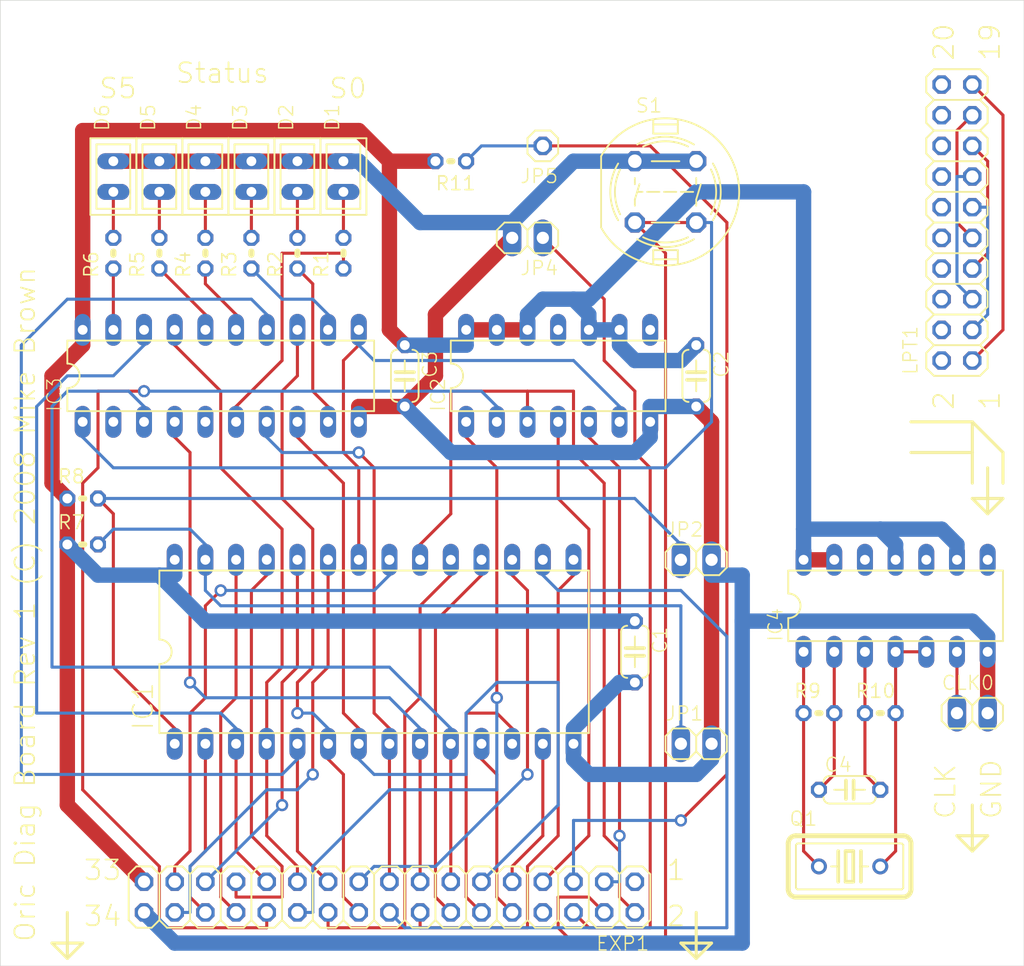
<source format=kicad_pcb>
(kicad_pcb (version 20241229) (generator "pcbnew") (generator_version "9.0")
  (layers (0 "F.Cu" signal) (2 "B.Cu" signal) (13 "F.Paste" user) (15 "B.Paste" user) (5 "F.SilkS" user "F.Silkscreen") (7 "B.SilkS" user "B.Silkscreen") (1 "F.Mask" user) (3 "B.Mask" user) (25 "Edge.Cuts" user))
  (net 0 "")
  (net 1 "GND")
  (net 2 "VCC")
  (net 3 "A0")
  (net 4 "A3")
  (net 5 "A4")
  (net 6 "A5")
  (net 7 "A6")
  (net 8 "A7")
  (net 9 "A8")
  (net 10 "A9")
  (net 11 "A10")
  (net 12 "A11")
  (net 13 "A12")
  (net 14 "A13")
  (net 15 "A14")
  (net 16 "A15")
  (net 17 "A1")
  (net 18 "A2")
  (net 19 "D0")
  (net 20 "D1")
  (net 21 "D2")
  (net 22 "D3")
  (net 23 "D4")
  (net 24 "D5")
  (net 25 "D7")
  (net 26 "D6")
  (net 27 "N$2")
  (net 28 "N$3")
  (net 29 "-MAP")
  (net 30 "PH2")
  (net 31 "-IO")
  (net 32 "R/-W")
  (net 33 "-ROMDIS")
  (net 34 "-RST")
  (net 35 "IOCTRL")
  (net 36 "-IRQ")
  (net 37 "LOW=PH2+READ")
  (net 38 "N$1")
  (net 39 "N$4")
  (net 40 "N$5")
  (net 41 "N$6")
  (net 42 "N$7")
  (net 43 "N$8")
  (net 44 "N$9")
  (net 45 "N$10")
  (net 46 "N$11")
  (net 47 "N$12")
  (net 48 "N$13")
  (net 49 "N$14")
  (net 50 "N$15")
  (net 51 "N$16")
  (net 52 "N$17")
  (net 53 "N$18")
  (net 54 "N$19")
  (net 55 "N$20")
  (net 56 "N$21")
  (net 57 "N$22")
  (net 58 "N$23")
  (net 59 "N$24")
  (footprint "01_DiagBoard1:DIL14" (layer "F.Cu") (at 180.2511 115.1636)
    (property "Reference" "IC4")
    (property "Value" "74LS04N")
  )
  (footprint "01_DiagBoard1:0204V" (layer "F.Cu") (at 143.4211 78.3336 180)
    (property "Reference" "R11")
    (property "Value" "10K")
  )
  (footprint "01_DiagBoard1:1X01" (layer "F.Cu") (at 151.0411 77.0636 180)
    (property "Reference" "JP5")
    (property "Value" "-VIA SEL")
  )
  (footprint "01_DiagBoard1:U57X32" (layer "F.Cu") (at 115.4811 79.6036 90)
    (property "Reference" "D6")
    (property "Value" "U57X32" (hide yes))
  )
  (footprint "01_DiagBoard1:C050-024X044" (layer "F.Cu") (at 139.6111 96.1136 -90)
    (property "Reference" "C3")
    (property "Value" "")
  )
  (footprint "01_DiagBoard1:1X02" (layer "F.Cu") (at 149.7711 84.6836 180)
    (property "Reference" "JP4")
    (property "Value" "INHIBIT VIA")
  )
  (footprint "01_DiagBoard1:0204V" (layer "F.Cu") (at 119.2911 85.9536 90)
    (property "Reference" "R5")
    (property "Value" "")
  )
  (footprint "01_DiagBoard1:0204V" (layer "F.Cu") (at 112.9411 110.0836)
    (property "Reference" "R7")
    (property "Value" "")
  )
  (footprint "01_DiagBoard1:0204V" (layer "F.Cu") (at 134.5311 85.9536 90)
    (property "Reference" "R1")
    (property "Value" "")
  )
  (footprint "01_DiagBoard1:0204V" (layer "F.Cu") (at 173.9011 124.0536)
    (property "Reference" "R9")
    (property "Value" "1K0")
  )
  (footprint "01_DiagBoard1:DIL28" (layer "F.Cu") (at 137.0711 118.9736)
    (property "Reference" "IC1")
    (property "Value" "27C512")
  )
  (footprint "01_DiagBoard1:DIL14" (layer "F.Cu") (at 152.3111 96.1136)
    (property "Reference" "IC2")
    (property "Value" "74LS00N")
  )
  (footprint "01_DiagBoard1:2X10" (layer "F.Cu") (at 185.3311 83.4136 90)
    (property "Reference" "LPT1")
    (property "Value" "Loopback")
  )
  (footprint "01_DiagBoard1:U57X32" (layer "F.Cu") (at 119.2911 79.6036 90)
    (property "Reference" "D5")
    (property "Value" "U57X32" (hide yes))
  )
  (footprint "01_DiagBoard1:0204V" (layer "F.Cu") (at 178.9811 124.0536)
    (property "Reference" "R10")
    (property "Value" "1K0")
  )
  (footprint "01_DiagBoard1:2X17" (layer "F.Cu") (at 138.3411 139.2936 180)
    (property "Reference" "EXP1")
    (property "Value" "TO ORIC")
  )
  (footprint "01_DiagBoard1:U57X32" (layer "F.Cu") (at 123.1011 79.6036 90)
    (property "Reference" "D4")
    (property "Value" "U57X32" (hide yes))
  )
  (footprint "01_DiagBoard1:C050-024X044" (layer "F.Cu") (at 158.6611 118.9736 -90)
    (property "Reference" "C1")
    (property "Value" "100nF")
  )
  (footprint "01_DiagBoard1:0204V" (layer "F.Cu") (at 115.4811 85.9536 90)
    (property "Reference" "R6")
    (property "Value" "82R x 6")
  )
  (footprint "01_DiagBoard1:HC18U-V" (layer "F.Cu") (at 176.4411 136.7536)
    (property "Reference" "Q1")
    (property "Value" "1.000 MHz")
  )
  (footprint "01_DiagBoard1:DT6" (layer "F.Cu") (at 161.2011 80.8736)
    (property "Reference" "S1")
    (property "Value" "RESET")
  )
  (footprint "01_DiagBoard1:1X02" (layer "F.Cu") (at 163.7411 111.3536)
    (property "Reference" "JP2")
    (property "Value" "A15=0")
  )
  (footprint "01_DiagBoard1:0204V" (layer "F.Cu") (at 123.1011 85.9536 90)
    (property "Reference" "R4")
    (property "Value" "")
  )
  (footprint "01_DiagBoard1:U57X32" (layer "F.Cu") (at 126.9111 79.6036 90)
    (property "Reference" "D3")
    (property "Value" "U57X32" (hide yes))
  )
  (footprint "01_DiagBoard1:U57X32" (layer "F.Cu") (at 130.7211 79.6036 90)
    (property "Reference" "D2")
    (property "Value" "U57X32" (hide yes))
  )
  (footprint "01_DiagBoard1:0204V" (layer "F.Cu") (at 112.9411 106.2736)
    (property "Reference" "R8")
    (property "Value" "2K2 x 2")
  )
  (footprint "01_DiagBoard1:0204V" (layer "F.Cu") (at 126.9111 85.9536 90)
    (property "Reference" "R3")
    (property "Value" "")
  )
  (footprint "01_DiagBoard1:U57X32" (layer "F.Cu") (at 134.5311 79.6036 90)
    (property "Reference" "D1")
    (property "Value" "U57X32" (hide yes))
  )
  (footprint "01_DiagBoard1:0204V" (layer "F.Cu") (at 130.7211 85.9536 90)
    (property "Reference" "R2")
    (property "Value" "")
  )
  (footprint "01_DiagBoard1:C050-024X044" (layer "F.Cu") (at 163.7411 96.1136 -90)
    (property "Reference" "C2")
    (property "Value" "")
  )
  (footprint "01_DiagBoard1:DIL20" (layer "F.Cu") (at 124.3711 96.1136)
    (property "Reference" "IC3")
    (property "Value" "74273N")
  )
  (footprint "01_DiagBoard1:1X02" (layer "F.Cu") (at 186.6011 124.0536)
    (property "Reference" "CLK0")
    (property "Value" "1MHz")
  )
  (footprint "01_DiagBoard1:1X02" (layer "F.Cu") (at 163.7411 126.5936)
    (property "Reference" "JP1")
    (property "Value" "A14=0")
  )
  (footprint "01_DiagBoard1:C050-024X044" (layer "F.Cu") (at 176.4411 130.4036)
    (property "Reference" "C4")
    (property "Value" "1nF")
  )
  (gr_line (start 187.8711 134.2136) (end 186.6011 135.4836) (stroke (width 0.254)) (layer "F.SilkS"))
  (gr_line (start 110.4011 143.1036) (end 112.9411 143.1036) (stroke (width 0.254)) (layer "F.SilkS"))
  (gr_line (start 186.6011 135.4836) (end 185.3311 134.2136) (stroke (width 0.254)) (layer "F.SilkS"))
  (gr_line (start 189.1411 106.2736) (end 187.8711 107.5436) (stroke (width 0.254)) (layer "F.SilkS"))
  (gr_line (start 181.5211 102.4636) (end 186.6011 102.4636) (stroke (width 0.254)) (layer "F.SilkS"))
  (gr_line (start 185.3311 134.2136) (end 187.8711 134.2136) (stroke (width 0.254)) (layer "F.SilkS"))
  (gr_line (start 187.8711 107.5436) (end 186.6011 106.2736) (stroke (width 0.254)) (layer "F.SilkS"))
  (gr_line (start 186.6011 131.6736) (end 186.6011 135.4836) (stroke (width 0.254)) (layer "F.SilkS"))
  (gr_line (start 186.6011 99.9236) (end 186.6011 105.0036) (stroke (width 0.254)) (layer "F.SilkS"))
  (gr_line (start 163.7411 144.3736) (end 162.4711 143.1036) (stroke (width 0.254)) (layer "F.SilkS"))
  (gr_line (start 111.6711 144.3736) (end 110.4011 143.1036) (stroke (width 0.254)) (layer "F.SilkS"))
  (gr_line (start 162.4711 143.1036) (end 165.0111 143.1036) (stroke (width 0.254)) (layer "F.SilkS"))
  (gr_line (start 165.0111 143.1036) (end 163.7411 144.3736) (stroke (width 0.254)) (layer "F.SilkS"))
  (gr_line (start 189.1411 102.4636) (end 189.1411 105.0036) (stroke (width 0.254)) (layer "F.SilkS"))
  (gr_line (start 112.9411 143.1036) (end 111.6711 144.3736) (stroke (width 0.254)) (layer "F.SilkS"))
  (gr_line (start 187.8711 103.7336) (end 187.8711 107.5436) (stroke (width 0.254)) (layer "F.SilkS"))
  (gr_line (start 186.6011 106.2736) (end 189.1411 106.2736) (stroke (width 0.254)) (layer "F.SilkS"))
  (gr_line (start 111.6711 140.5636) (end 111.6711 144.3736) (stroke (width 0.254)) (layer "F.SilkS"))
  (gr_line (start 163.7411 140.5636) (end 163.7411 144.3736) (stroke (width 0.254)) (layer "F.SilkS"))
  (gr_line (start 186.6011 99.9236) (end 189.1411 102.4636) (stroke (width 0.254)) (layer "F.SilkS"))
  (gr_line (start 181.5211 99.9236) (end 186.6011 99.9236) (stroke (width 0.254)) (layer "F.SilkS"))
  (gr_line (start 190.8811 65.0036) (end 106.1211 65.0036) (stroke (width 0.05)) (layer "Edge.Cuts"))
  (gr_line (start 106.1211 145.0036) (end 190.8811 145.0036) (stroke (width 0.05)) (layer "Edge.Cuts"))
  (gr_line (start 190.8811 145.0036) (end 190.8811 65.0036) (stroke (width 0.05)) (layer "Edge.Cuts"))
  (gr_line (start 106.1211 65.0036) (end 106.1211 145.0036) (stroke (width 0.05)) (layer "Edge.Cuts"))
  (gr_text "1" (at 161.2011 138.0236 0) (layer "F.SilkS") (effects (font (size 1.63576 1.63576) (thickness 0.14224)) (justify left bottom)))
  (gr_text "20" (at 185.204202 70.118902 90) (layer "F.SilkS") (effects (font (size 1.63576 1.63576) (thickness 0.14224)) (justify left bottom)))
  (gr_text "Oric Diag Board Rev 1 (C) 2008 Mike Brown" (at 109.1311 143.1036 90) (layer "F.SilkS") (effects (font (size 1.63576 1.63576) (thickness 0.14224)) (justify left bottom)))
  (gr_text "33" (at 112.9411 138.0236 0) (layer "F.SilkS") (effects (font (size 1.63576 1.63576) (thickness 0.14224)) (justify left bottom)))
  (gr_text "S0" (at 133.2611 73.2536 0) (layer "F.SilkS") (effects (font (size 1.63576 1.63576) (thickness 0.14224)) (justify left bottom)))
  (gr_text "2" (at 161.2011 141.8336 0) (layer "F.SilkS") (effects (font (size 1.63576 1.63576) (thickness 0.14224)) (justify left bottom)))
  (gr_text "S5" (at 114.2111 73.2536 0) (layer "F.SilkS") (effects (font (size 1.63576 1.63576) (thickness 0.14224)) (justify left bottom)))
  (gr_text "1" (at 189.014202 99.041035 90) (layer "F.SilkS") (effects (font (size 1.63576 1.63576) (thickness 0.14224)) (justify left bottom)))
  (gr_text "19" (at 189.014202 70.118902 90) (layer "F.SilkS") (effects (font (size 1.63576 1.63576) (thickness 0.14224)) (justify left bottom)))
  (gr_text "34" (at 112.9411 141.8336 0) (layer "F.SilkS") (effects (font (size 1.63576 1.63576) (thickness 0.14224)) (justify left bottom)))
  (gr_text "CLK" (at 185.3311 132.9436 90) (layer "F.SilkS") (effects (font (size 1.63576 1.63576) (thickness 0.14224)) (justify left bottom)))
  (gr_text "GND" (at 189.1411 132.9436 90) (layer "F.SilkS") (effects (font (size 1.63576 1.63576) (thickness 0.14224)) (justify left bottom)))
  (gr_text "2" (at 185.204202 99.041035 90) (layer "F.SilkS") (effects (font (size 1.63576 1.63576) (thickness 0.14224)) (justify left bottom)))
  (gr_text "Status" (at 120.5611 71.9836 0) (layer "F.SilkS") (effects (font (size 1.63576 1.63576) (thickness 0.14224)) (justify left bottom)))
  (segment (start 187.8711 118.9736) (end 187.8711 124.0536) (width 1.27) (layer "F.Cu") (net 1))
  (segment (start 134.5311 78.3336) (end 130.7211 78.3336) (width 1.27) (layer "F.Cu") (net 1))
  (segment (start 139.6111 98.6536) (end 135.8011 98.6536) (width 1.27) (layer "F.Cu") (net 1))
  (segment (start 165.0111 111.3536) (end 165.0111 99.9236) (width 1.27) (layer "F.Cu") (net 1))
  (segment (start 165.0111 111.3536) (end 165.0111 126.5936) (width 1.27) (layer "F.Cu") (net 1))
  (segment (start 139.6111 98.6536) (end 142.1511 96.1136) (width 1.27) (layer "F.Cu") (net 1))
  (segment (start 130.7211 78.3336) (end 126.9111 78.3336) (width 1.27) (layer "F.Cu") (net 1))
  (segment (start 142.1511 96.1136) (end 142.1511 91.0336) (width 1.27) (layer "F.Cu") (net 1))
  (segment (start 135.8011 98.6536) (end 135.8011 99.9236) (width 1.27) (layer "F.Cu") (net 1))
  (segment (start 123.1011 78.3336) (end 119.2911 78.3336) (width 1.27) (layer "F.Cu") (net 1))
  (segment (start 126.9111 78.3336) (end 123.1011 78.3336) (width 1.27) (layer "F.Cu") (net 1))
  (segment (start 165.0111 99.9236) (end 163.7411 98.6536) (width 1.27) (layer "F.Cu") (net 1))
  (segment (start 119.2911 78.3336) (end 115.4811 78.3336) (width 1.27) (layer "F.Cu") (net 1))
  (segment (start 142.1511 91.0336) (end 148.5011 84.6836) (width 1.27) (layer "F.Cu") (net 1))
  (segment (start 167.5511 112.6236) (end 165.0111 112.6236) (width 1.27) (layer "B.Cu") (net 1))
  (segment (start 148.5011 83.4136) (end 140.8811 83.4136) (width 1.27) (layer "B.Cu") (net 1))
  (segment (start 167.5511 116.4336) (end 186.6011 116.4336) (width 1.27) (layer "B.Cu") (net 1))
  (segment (start 153.5811 78.3336) (end 158.6611 78.3336) (width 1.27) (layer "B.Cu") (net 1))
  (segment (start 153.5811 127.8636) (end 153.5811 126.5936) (width 1.27) (layer "B.Cu") (net 1))
  (segment (start 186.6011 116.4336) (end 187.8711 117.7036) (width 1.27) (layer "B.Cu") (net 1))
  (segment (start 154.8511 129.1336) (end 153.5811 127.8636) (width 1.27) (layer "B.Cu") (net 1))
  (segment (start 167.5511 116.4336) (end 167.5511 112.6236) (width 1.27) (layer "B.Cu") (net 1))
  (segment (start 118.0211 140.5636) (end 120.5611 143.1036) (width 1.27) (layer "B.Cu") (net 1))
  (segment (start 143.4211 102.4636) (end 139.6111 98.6536) (width 1.27) (layer "B.Cu") (net 1))
  (segment (start 159.9311 98.6536) (end 159.9311 99.9236) (width 1.27) (layer "B.Cu") (net 1))
  (segment (start 158.6611 102.4636) (end 143.4211 102.4636) (width 1.27) (layer "B.Cu") (net 1))
  (segment (start 165.0111 127.8636) (end 163.7411 129.1336) (width 1.27) (layer "B.Cu") (net 1))
  (segment (start 148.5011 83.4136) (end 153.5811 78.3336) (width 1.27) (layer "B.Cu") (net 1))
  (segment (start 163.7411 98.6536) (end 159.9311 98.6536) (width 1.27) (layer "B.Cu") (net 1))
  (segment (start 158.6611 78.3336) (end 163.7411 78.3336) (width 1.27) (layer "B.Cu") (net 1))
  (segment (start 159.9311 99.9236) (end 159.9311 101.1936) (width 1.27) (layer "B.Cu") (net 1))
  (segment (start 187.8711 117.7036) (end 187.8711 118.9736) (width 1.27) (layer "B.Cu") (net 1))
  (segment (start 157.3911 121.5136) (end 158.6611 121.5136) (width 1.27) (layer "B.Cu") (net 1))
  (segment (start 153.5811 125.3236) (end 157.3911 121.5136) (width 1.27) (layer "B.Cu") (net 1))
  (segment (start 163.7411 129.1336) (end 154.8511 129.1336) (width 1.27) (layer "B.Cu") (net 1))
  (segment (start 153.5811 126.5936) (end 153.5811 125.3236) (width 1.27) (layer "B.Cu") (net 1))
  (segment (start 165.0111 126.5936) (end 165.0111 127.8636) (width 1.27) (layer "B.Cu") (net 1))
  (segment (start 165.0111 112.6236) (end 165.0111 111.3536) (width 1.27) (layer "B.Cu") (net 1))
  (segment (start 135.8011 78.3336) (end 134.5311 78.3336) (width 1.27) (layer "B.Cu") (net 1))
  (segment (start 159.9311 101.1936) (end 158.6611 102.4636) (width 1.27) (layer "B.Cu") (net 1))
  (segment (start 148.5011 84.6836) (end 148.5011 83.4136) (width 1.27) (layer "B.Cu") (net 1))
  (segment (start 120.5611 143.1036) (end 167.5511 143.1036) (width 1.27) (layer "B.Cu") (net 1))
  (segment (start 167.5511 143.1036) (end 167.5511 116.4336) (width 1.27) (layer "B.Cu") (net 1))
  (segment (start 140.8811 83.4136) (end 135.8011 78.3336) (width 1.27) (layer "B.Cu") (net 1))
  (segment (start 111.6711 110.0836) (end 111.6711 106.2736) (width 1.27) (layer "F.Cu") (net 2))
  (segment (start 112.9411 93.5736) (end 112.9411 92.3036) (width 1.27) (layer "F.Cu") (net 2))
  (segment (start 110.4011 96.1136) (end 112.9411 93.5736) (width 1.27) (layer "F.Cu") (net 2))
  (segment (start 172.6311 111.3536) (end 175.1711 111.3536) (width 1.27) (layer "F.Cu") (net 2))
  (segment (start 144.6911 92.3036) (end 147.2311 92.3036) (width 1.27) (layer "F.Cu") (net 2))
  (segment (start 147.2311 92.3036) (end 149.7711 92.3036) (width 1.27) (layer "F.Cu") (net 2))
  (segment (start 111.6711 106.2736) (end 110.4011 105.0036) (width 1.27) (layer "F.Cu") (net 2))
  (segment (start 138.3411 78.3336) (end 138.3411 92.3036) (width 1.27) (layer "F.Cu") (net 2))
  (segment (start 138.3411 78.3336) (end 142.1511 78.3336) (width 1.27) (layer "F.Cu") (net 2))
  (segment (start 118.0211 138.0236) (end 111.6711 131.6736) (width 1.27) (layer "F.Cu") (net 2))
  (segment (start 111.6711 131.6736) (end 111.6711 110.0836) (width 1.27) (layer "F.Cu") (net 2))
  (segment (start 112.9411 92.3036) (end 112.9411 75.7936) (width 1.27) (layer "F.Cu") (net 2))
  (segment (start 135.8011 75.7936) (end 138.3411 78.3336) (width 1.27) (layer "F.Cu") (net 2))
  (segment (start 110.4011 105.0036) (end 110.4011 96.1136) (width 1.27) (layer "F.Cu") (net 2))
  (segment (start 138.3411 92.3036) (end 139.6111 93.5736) (width 1.27) (layer "F.Cu") (net 2))
  (segment (start 112.9411 75.7936) (end 135.8011 75.7936) (width 1.27) (layer "F.Cu") (net 2))
  (segment (start 123.1011 116.4336) (end 158.6611 116.4336) (width 1.27) (layer "B.Cu") (net 2))
  (segment (start 154.8511 91.0336) (end 154.8511 92.3036) (width 1.27) (layer "B.Cu") (net 2))
  (segment (start 157.3911 92.3036) (end 157.3911 93.5736) (width 1.27) (layer "B.Cu") (net 2))
  (segment (start 157.3911 93.5736) (end 158.6611 94.8436) (width 1.27) (layer "B.Cu") (net 2))
  (segment (start 119.2911 112.6236) (end 120.5611 112.6236) (width 1.27) (layer "B.Cu") (net 2))
  (segment (start 139.6111 93.5736) (end 144.6911 93.5736) (width 1.27) (layer "B.Cu") (net 2))
  (segment (start 149.7711 92.3036) (end 149.7711 91.0336) (width 1.27) (layer "B.Cu") (net 2))
  (segment (start 151.0411 89.7636) (end 153.5811 89.7636) (width 1.27) (layer "B.Cu") (net 2))
  (segment (start 111.6711 110.0836) (end 114.2111 112.6236) (width 1.27) (layer "B.Cu") (net 2))
  (segment (start 185.3311 110.0836) (end 185.3311 111.3536) (width 1.27) (layer "B.Cu") (net 2))
  (segment (start 163.7411 80.8736) (end 172.6311 80.8736) (width 1.27) (layer "B.Cu") (net 2))
  (segment (start 162.4711 94.8436) (end 163.7411 93.5736) (width 1.27) (layer "B.Cu") (net 2))
  (segment (start 144.6911 93.5736) (end 144.6911 92.3036) (width 1.27) (layer "B.Cu") (net 2))
  (segment (start 153.5811 89.7636) (end 154.8511 91.0336) (width 1.27) (layer "B.Cu") (net 2))
  (segment (start 172.6311 80.8736) (end 172.6311 108.8136) (width 1.27) (layer "B.Cu") (net 2))
  (segment (start 153.5811 89.7636) (end 154.8511 89.7636) (width 1.27) (layer "B.Cu") (net 2))
  (segment (start 172.6311 108.8136) (end 178.9811 108.8136) (width 1.27) (layer "B.Cu") (net 2))
  (segment (start 158.6611 94.8436) (end 162.4711 94.8436) (width 1.27) (layer "B.Cu") (net 2))
  (segment (start 114.2111 112.6236) (end 119.2911 112.6236) (width 1.27) (layer "B.Cu") (net 2))
  (segment (start 154.8511 92.3036) (end 157.3911 92.3036) (width 1.27) (layer "B.Cu") (net 2))
  (segment (start 178.9811 108.8136) (end 180.2511 110.0836) (width 1.27) (layer "B.Cu") (net 2))
  (segment (start 178.9811 108.8136) (end 184.0611 108.8136) (width 1.27) (layer "B.Cu") (net 2))
  (segment (start 184.0611 108.8136) (end 185.3311 110.0836) (width 1.27) (layer "B.Cu") (net 2))
  (segment (start 120.5611 112.6236) (end 120.5611 111.3536) (width 1.27) (layer "B.Cu") (net 2))
  (segment (start 154.8511 89.7636) (end 163.7411 80.8736) (width 1.27) (layer "B.Cu") (net 2))
  (segment (start 149.7711 91.0336) (end 151.0411 89.7636) (width 1.27) (layer "B.Cu") (net 2))
  (segment (start 180.2511 110.0836) (end 180.2511 111.3536) (width 1.27) (layer "B.Cu") (net 2))
  (segment (start 119.2911 112.6236) (end 123.1011 116.4336) (width 1.27) (layer "B.Cu") (net 2))
  (segment (start 172.6311 108.8136) (end 172.6311 111.3536) (width 1.27) (layer "B.Cu") (net 2))
  (segment (start 143.4211 126.5936) (end 143.4211 138.0236) (width 0.254) (layer "F.Cu") (net 3))
  (segment (start 110.4011 120.2436) (end 138.3411 120.2436) (width 0.254) (layer "B.Cu") (net 3))
  (segment (start 116.7511 97.3836) (end 118.0211 98.6536) (width 0.254) (layer "B.Cu") (net 3))
  (segment (start 138.3411 120.2436) (end 143.4211 125.3236) (width 0.254) (layer "B.Cu") (net 3))
  (segment (start 110.4011 120.2436) (end 110.4011 98.6536) (width 0.254) (layer "B.Cu") (net 3))
  (segment (start 111.6711 97.3836) (end 116.7511 97.3836) (width 0.254) (layer "B.Cu") (net 3))
  (segment (start 118.0211 98.6536) (end 118.0211 99.9236) (width 0.254) (layer "B.Cu") (net 3))
  (segment (start 110.4011 98.6536) (end 111.6711 97.3836) (width 0.254) (layer "B.Cu") (net 3))
  (segment (start 143.4211 125.3236) (end 143.4211 126.5936) (width 0.254) (layer "B.Cu") (net 3))
  (segment (start 135.8011 125.3236) (end 134.5311 124.0536) (width 0.254) (layer "F.Cu") (net 4))
  (segment (start 135.8011 126.5936) (end 135.8011 125.3236) (width 0.254) (layer "F.Cu") (net 4))
  (segment (start 134.5311 124.0536) (end 134.5311 105.0036) (width 0.254) (layer "F.Cu") (net 4))
  (segment (start 130.7211 101.1936) (end 130.7211 99.9236) (width 0.254) (layer "F.Cu") (net 4))
  (segment (start 134.5311 105.0036) (end 130.7211 101.1936) (width 0.254) (layer "F.Cu") (net 4))
  (segment (start 137.0711 129.1336) (end 135.8011 127.8636) (width 0.254) (layer "B.Cu") (net 4))
  (segment (start 144.6911 129.1336) (end 137.0711 129.1336) (width 0.254) (layer "B.Cu") (net 4))
  (segment (start 147.2311 121.5136) (end 144.6911 124.0536) (width 0.254) (layer "B.Cu") (net 4))
  (segment (start 152.3111 131.6736) (end 152.3111 121.5136) (width 0.254) (layer "B.Cu") (net 4))
  (segment (start 145.9611 138.0236) (end 152.3111 131.6736) (width 0.254) (layer "B.Cu") (net 4))
  (segment (start 144.6911 124.0536) (end 144.6911 129.1336) (width 0.254) (layer "B.Cu") (net 4))
  (segment (start 152.3111 121.5136) (end 147.2311 121.5136) (width 0.254) (layer "B.Cu") (net 4))
  (segment (start 135.8011 127.8636) (end 135.8011 126.5936) (width 0.254) (layer "B.Cu") (net 4))
  (segment (start 135.8011 140.5636) (end 134.5311 139.2936) (width 0.254) (layer "F.Cu") (net 5))
  (segment (start 130.7211 121.5136) (end 131.9911 120.2436) (width 0.254) (layer "F.Cu") (net 5))
  (segment (start 130.7211 124.0536) (end 130.7211 121.5136) (width 0.254) (layer "F.Cu") (net 5))
  (segment (start 131.9911 120.2436) (end 131.9911 108.8136) (width 0.254) (layer "F.Cu") (net 5))
  (segment (start 131.9911 108.8136) (end 129.4511 106.2736) (width 0.254) (layer "F.Cu") (net 5))
  (segment (start 133.2611 127.8636) (end 133.2611 126.5936) (width 0.254) (layer "F.Cu") (net 5))
  (segment (start 129.4511 106.2736) (end 129.4511 97.3836) (width 0.254) (layer "F.Cu") (net 5))
  (segment (start 134.5311 129.1336) (end 133.2611 127.8636) (width 0.254) (layer "F.Cu") (net 5))
  (segment (start 134.5311 139.2936) (end 134.5311 129.1336) (width 0.254) (layer "F.Cu") (net 5))
  (segment (start 129.4511 97.3836) (end 130.7211 96.1136) (width 0.254) (layer "F.Cu") (net 5))
  (segment (start 130.7211 96.1136) (end 130.7211 92.3036) (width 0.254) (layer "F.Cu") (net 5))
  (via (at 130.7211 124.0536) (size 1.016) (drill 0.6096) (layers "F.Cu" "B.Cu") (net 5))
  (segment (start 133.2611 125.3236) (end 131.9911 124.0536) (width 0.254) (layer "B.Cu") (net 5))
  (segment (start 131.9911 124.0536) (end 130.7211 124.0536) (width 0.254) (layer "B.Cu") (net 5))
  (segment (start 133.2611 126.5936) (end 133.2611 125.3236) (width 0.254) (layer "B.Cu") (net 5))
  (segment (start 130.7211 126.5936) (end 130.7211 135.4836) (width 0.254) (layer "F.Cu") (net 6))
  (segment (start 130.7211 135.4836) (end 133.2611 138.0236) (width 0.254) (layer "F.Cu") (net 6))
  (segment (start 107.8611 93.5736) (end 111.6711 89.7636) (width 0.254) (layer "B.Cu") (net 6))
  (segment (start 130.7211 127.8636) (end 130.7211 126.5936) (width 0.254) (layer "B.Cu") (net 6))
  (segment (start 111.6711 89.7636) (end 126.9111 89.7636) (width 0.254) (layer "B.Cu") (net 6))
  (segment (start 129.4511 129.1336) (end 130.7211 127.8636) (width 0.254) (layer "B.Cu") (net 6))
  (segment (start 107.8611 129.1336) (end 129.4511 129.1336) (width 0.254) (layer "B.Cu") (net 6))
  (segment (start 126.9111 89.7636) (end 128.1811 91.0336) (width 0.254) (layer "B.Cu") (net 6))
  (segment (start 128.1811 91.0336) (end 128.1811 92.3036) (width 0.254) (layer "B.Cu") (net 6))
  (segment (start 107.8611 129.1336) (end 107.8611 93.5736) (width 0.254) (layer "B.Cu") (net 6))
  (segment (start 128.1811 134.2136) (end 128.1811 126.5936) (width 0.254) (layer "F.Cu") (net 7))
  (segment (start 129.4511 108.8136) (end 124.3711 103.7336) (width 0.254) (layer "F.Cu") (net 7))
  (segment (start 124.3711 97.3836) (end 120.5611 93.5736) (width 0.254) (layer "F.Cu") (net 7))
  (segment (start 120.5611 93.5736) (end 120.5611 92.3036) (width 0.254) (layer "F.Cu") (net 7))
  (segment (start 128.1811 126.5936) (end 128.1811 121.5136) (width 0.254) (layer "F.Cu") (net 7))
  (segment (start 124.3711 103.7336) (end 124.3711 97.3836) (width 0.254) (layer "F.Cu") (net 7))
  (segment (start 128.1811 121.5136) (end 129.4511 120.2436) (width 0.254) (layer "F.Cu") (net 7))
  (segment (start 130.7211 136.7536) (end 128.1811 134.2136) (width 0.254) (layer "F.Cu") (net 7))
  (segment (start 129.4511 120.2436) (end 129.4511 108.8136) (width 0.254) (layer "F.Cu") (net 7))
  (segment (start 130.7211 138.0236) (end 130.7211 136.7536) (width 0.254) (layer "F.Cu") (net 7))
  (segment (start 125.6411 126.5936) (end 125.6411 135.4836) (width 0.254) (layer "F.Cu") (net 8))
  (segment (start 125.6411 135.4836) (end 128.1811 138.0236) (width 0.254) (layer "F.Cu") (net 8))
  (segment (start 109.1311 124.0536) (end 124.3711 124.0536) (width 0.254) (layer "B.Cu") (net 8))
  (segment (start 111.6711 96.1136) (end 115.4811 96.1136) (width 0.254) (layer "B.Cu") (net 8))
  (segment (start 124.3711 124.0536) (end 125.6411 125.3236) (width 0.254) (layer "B.Cu") (net 8))
  (segment (start 109.1311 98.6536) (end 111.6711 96.1136) (width 0.254) (layer "B.Cu") (net 8))
  (segment (start 118.0211 93.5736) (end 118.0211 92.3036) (width 0.254) (layer "B.Cu") (net 8))
  (segment (start 109.1311 124.0536) (end 109.1311 98.6536) (width 0.254) (layer "B.Cu") (net 8))
  (segment (start 115.4811 96.1136) (end 118.0211 93.5736) (width 0.254) (layer "B.Cu") (net 8))
  (segment (start 125.6411 125.3236) (end 125.6411 126.5936) (width 0.254) (layer "B.Cu") (net 8))
  (segment (start 126.9111 113.8936) (end 128.1811 112.6236) (width 0.254) (layer "F.Cu") (net 9))
  (segment (start 125.6411 138.0236) (end 125.6411 139.2936) (width 0.254) (layer "F.Cu") (net 9))
  (segment (start 125.6411 139.2936) (end 129.4511 139.2936) (width 0.254) (layer "F.Cu") (net 9))
  (segment (start 126.9111 134.2136) (end 126.9111 113.8936) (width 0.254) (layer "F.Cu") (net 9))
  (segment (start 129.4511 136.7536) (end 126.9111 134.2136) (width 0.254) (layer "F.Cu") (net 9))
  (segment (start 129.4511 139.2936) (end 129.4511 136.7536) (width 0.254) (layer "F.Cu") (net 9))
  (segment (start 128.1811 112.6236) (end 128.1811 111.3536) (width 0.254) (layer "F.Cu") (net 9))
  (segment (start 129.4511 131.6736) (end 129.4511 121.5136) (width 0.254) (layer "F.Cu") (net 10))
  (segment (start 130.7211 120.2436) (end 130.7211 111.3536) (width 0.254) (layer "F.Cu") (net 10))
  (segment (start 129.4511 121.5136) (end 130.7211 120.2436) (width 0.254) (layer "F.Cu") (net 10))
  (via (at 129.4511 131.6736) (size 1.016) (drill 0.6096) (layers "F.Cu" "B.Cu") (net 10))
  (segment (start 123.1011 138.0236) (end 129.4511 131.6736) (width 0.254) (layer "B.Cu") (net 10))
  (segment (start 123.1011 122.7836) (end 123.1011 115.1636) (width 0.254) (layer "F.Cu") (net 11))
  (segment (start 120.5611 136.7536) (end 121.8311 135.4836) (width 0.254) (layer "F.Cu") (net 11))
  (segment (start 123.1011 115.1636) (end 124.3711 113.8936) (width 0.254) (layer "F.Cu") (net 11))
  (segment (start 121.8311 135.4836) (end 121.8311 124.0536) (width 0.254) (layer "F.Cu") (net 11))
  (segment (start 121.8311 124.0536) (end 123.1011 122.7836) (width 0.254) (layer "F.Cu") (net 11))
  (segment (start 120.5611 138.0236) (end 120.5611 136.7536) (width 0.254) (layer "F.Cu") (net 11))
  (via (at 124.3711 113.8936) (size 1.016) (drill 0.6096) (layers "F.Cu" "B.Cu") (net 11))
  (segment (start 138.3411 112.6236) (end 138.3411 111.3536) (width 0.254) (layer "B.Cu") (net 11))
  (segment (start 124.3711 113.8936) (end 137.0711 113.8936) (width 0.254) (layer "B.Cu") (net 11))
  (segment (start 137.0711 113.8936) (end 138.3411 112.6236) (width 0.254) (layer "B.Cu") (net 11))
  (segment (start 133.2611 120.2436) (end 133.2611 111.3536) (width 0.254) (layer "F.Cu") (net 12))
  (segment (start 131.9911 121.5136) (end 133.2611 120.2436) (width 0.254) (layer "F.Cu") (net 12))
  (segment (start 131.9911 129.1336) (end 131.9911 121.5136) (width 0.254) (layer "F.Cu") (net 12))
  (via (at 131.9911 129.1336) (size 1.016) (drill 0.6096) (layers "F.Cu" "B.Cu") (net 12))
  (segment (start 121.8311 136.7536) (end 128.1811 130.4036) (width 0.254) (layer "B.Cu") (net 12))
  (segment (start 121.8311 140.5636) (end 121.8311 136.7536) (width 0.254) (layer "B.Cu") (net 12))
  (segment (start 128.1811 130.4036) (end 130.7211 130.4036) (width 0.254) (layer "B.Cu") (net 12))
  (segment (start 130.7211 130.4036) (end 131.9911 129.1336) (width 0.254) (layer "B.Cu") (net 12))
  (segment (start 120.5611 140.5636) (end 121.8311 140.5636) (width 0.254) (layer "B.Cu") (net 12))
  (segment (start 123.1011 135.4836) (end 123.1011 126.5936) (width 0.254) (layer "F.Cu") (net 13))
  (segment (start 123.1011 140.5636) (end 121.8311 139.2936) (width 0.254) (layer "F.Cu") (net 13))
  (segment (start 121.8311 139.2936) (end 121.8311 136.7536) (width 0.254) (layer "F.Cu") (net 13))
  (segment (start 121.8311 136.7536) (end 123.1011 135.4836) (width 0.254) (layer "F.Cu") (net 13))
  (segment (start 124.3711 124.0536) (end 125.6411 122.7836) (width 0.254) (layer "F.Cu") (net 14))
  (segment (start 125.6411 140.5636) (end 124.3711 139.2936) (width 0.254) (layer "F.Cu") (net 14))
  (segment (start 125.6411 122.7836) (end 125.6411 111.3536) (width 0.254) (layer "F.Cu") (net 14))
  (segment (start 124.3711 139.2936) (end 124.3711 124.0536) (width 0.254) (layer "F.Cu") (net 14))
  (segment (start 112.9411 105.0036) (end 114.2111 103.7336) (width 0.254) (layer "F.Cu") (net 15))
  (segment (start 119.2911 141.8336) (end 119.2911 136.7536) (width 0.254) (layer "F.Cu") (net 15))
  (segment (start 114.2111 97.3836) (end 118.0211 97.3836) (width 0.254) (layer "F.Cu") (net 15))
  (segment (start 112.9411 130.4036) (end 112.9411 105.0036) (width 0.254) (layer "F.Cu") (net 15))
  (segment (start 128.1811 141.8336) (end 128.1811 140.5636) (width 0.254) (layer "F.Cu") (net 15))
  (segment (start 114.2111 103.7336) (end 114.2111 97.3836) (width 0.254) (layer "F.Cu") (net 15))
  (segment (start 119.2911 136.7536) (end 112.9411 130.4036) (width 0.254) (layer "F.Cu") (net 15))
  (segment (start 119.2911 141.8336) (end 128.1811 141.8336) (width 0.254) (layer "F.Cu") (net 15))
  (via (at 118.0211 97.3836) (size 1.016) (drill 0.6096) (layers "F.Cu" "B.Cu") (net 15))
  (segment (start 147.2311 98.6536) (end 147.2311 99.9236) (width 0.254) (layer "B.Cu") (net 15))
  (segment (start 118.0211 97.3836) (end 145.9611 97.3836) (width 0.254) (layer "B.Cu") (net 15))
  (segment (start 145.9611 97.3836) (end 147.2311 98.6536) (width 0.254) (layer "B.Cu") (net 15))
  (segment (start 144.6911 101.1936) (end 144.6911 99.9236) (width 0.254) (layer "F.Cu") (net 16))
  (segment (start 147.2311 122.7836) (end 147.2311 103.7336) (width 0.254) (layer "F.Cu") (net 16))
  (segment (start 147.2311 103.7336) (end 144.6911 101.1936) (width 0.254) (layer "F.Cu") (net 16))
  (via (at 147.2311 122.7836) (size 1.016) (drill 0.6096) (layers "F.Cu" "B.Cu") (net 16))
  (segment (start 131.9911 140.5636) (end 131.9911 136.7536) (width 0.254) (layer "B.Cu") (net 16))
  (segment (start 131.9911 136.7536) (end 138.3411 130.4036) (width 0.254) (layer "B.Cu") (net 16))
  (segment (start 147.2311 130.4036) (end 147.2311 122.7836) (width 0.254) (layer "B.Cu") (net 16))
  (segment (start 138.3411 130.4036) (end 147.2311 130.4036) (width 0.254) (layer "B.Cu") (net 16))
  (segment (start 130.7211 140.5636) (end 131.9911 140.5636) (width 0.254) (layer "B.Cu") (net 16))
  (segment (start 121.8311 102.4636) (end 120.5611 101.1936) (width 0.254) (layer "F.Cu") (net 17))
  (segment (start 140.8811 126.5936) (end 140.8811 138.0236) (width 0.254) (layer "F.Cu") (net 17))
  (segment (start 120.5611 101.1936) (end 120.5611 99.9236) (width 0.254) (layer "F.Cu") (net 17))
  (segment (start 121.8311 121.5136) (end 121.8311 102.4636) (width 0.254) (layer "F.Cu") (net 17))
  (via (at 121.8311 121.5136) (size 1.016) (drill 0.6096) (layers "F.Cu" "B.Cu") (net 17))
  (segment (start 140.8811 125.3236) (end 140.8811 126.5936) (width 0.254) (layer "B.Cu") (net 17))
  (segment (start 138.3411 122.7836) (end 140.8811 125.3236) (width 0.254) (layer "B.Cu") (net 17))
  (segment (start 123.1011 122.7836) (end 121.8311 121.5136) (width 0.254) (layer "B.Cu") (net 17))
  (segment (start 123.1011 122.7836) (end 138.3411 122.7836) (width 0.254) (layer "B.Cu") (net 17))
  (segment (start 137.0711 103.7336) (end 135.8011 102.4636) (width 0.254) (layer "F.Cu") (net 18))
  (segment (start 138.3411 125.3236) (end 137.0711 124.0536) (width 0.254) (layer "F.Cu") (net 18))
  (segment (start 138.3411 126.5936) (end 138.3411 125.3236) (width 0.254) (layer "F.Cu") (net 18))
  (segment (start 137.0711 124.0536) (end 137.0711 103.7336) (width 0.254) (layer "F.Cu") (net 18))
  (segment (start 138.3411 138.0236) (end 138.3411 126.5936) (width 0.254) (layer "F.Cu") (net 18))
  (via (at 135.8011 102.4636) (size 1.016) (drill 0.6096) (layers "F.Cu" "B.Cu") (net 18))
  (segment (start 129.4511 102.4636) (end 128.1811 101.1936) (width 0.254) (layer "B.Cu") (net 18))
  (segment (start 128.1811 101.1936) (end 128.1811 99.9236) (width 0.254) (layer "B.Cu") (net 18))
  (segment (start 135.8011 102.4636) (end 129.4511 102.4636) (width 0.254) (layer "B.Cu") (net 18))
  (segment (start 145.9611 127.8636) (end 145.9611 126.5936) (width 0.254) (layer "F.Cu") (net 19))
  (segment (start 147.2311 139.2936) (end 147.2311 129.1336) (width 0.254) (layer "F.Cu") (net 19))
  (segment (start 148.5011 140.5636) (end 147.2311 139.2936) (width 0.254) (layer "F.Cu") (net 19))
  (segment (start 147.2311 129.1336) (end 145.9611 127.8636) (width 0.254) (layer "F.Cu") (net 19))
  (segment (start 145.9611 140.5636) (end 144.6911 139.2936) (width 0.254) (layer "F.Cu") (net 20))
  (segment (start 144.6911 124.0536) (end 147.2311 124.0536) (width 0.254) (layer "F.Cu") (net 20))
  (segment (start 147.2311 124.0536) (end 148.5011 125.3236) (width 0.254) (layer "F.Cu") (net 20))
  (segment (start 144.6911 139.2936) (end 144.6911 124.0536) (width 0.254) (layer "F.Cu") (net 20))
  (segment (start 148.5011 125.3236) (end 148.5011 126.5936) (width 0.254) (layer "F.Cu") (net 20))
  (segment (start 148.5011 136.7536) (end 151.0411 134.2136) (width 0.254) (layer "F.Cu") (net 21))
  (segment (start 151.0411 134.2136) (end 151.0411 126.5936) (width 0.254) (layer "F.Cu") (net 21))
  (segment (start 148.5011 138.0236) (end 148.5011 136.7536) (width 0.254) (layer "F.Cu") (net 21))
  (segment (start 149.7711 136.7536) (end 152.3111 134.2136) (width 0.254) (layer "F.Cu") (net 22))
  (segment (start 152.3111 134.2136) (end 152.3111 113.8936) (width 0.254) (layer "F.Cu") (net 22))
  (segment (start 140.8811 140.5636) (end 140.8811 141.8336) (width 0.254) (layer "F.Cu") (net 22))
  (segment (start 152.3111 113.8936) (end 153.5811 112.6236) (width 0.254) (layer "F.Cu") (net 22))
  (segment (start 153.5811 112.6236) (end 153.5811 111.3536) (width 0.254) (layer "F.Cu") (net 22))
  (segment (start 149.7711 141.8336) (end 149.7711 136.7536) (width 0.254) (layer "F.Cu") (net 22))
  (segment (start 140.8811 141.8336) (end 149.7711 141.8336) (width 0.254) (layer "F.Cu") (net 22))
  (segment (start 151.0411 112.6236) (end 151.0411 111.3536) (width 0.254) (layer "B.Cu") (net 23))
  (segment (start 166.2811 141.8336) (end 166.2811 117.7036) (width 0.254) (layer "B.Cu") (net 23))
  (segment (start 166.2811 117.7036) (end 162.4711 113.8936) (width 0.254) (layer "B.Cu") (net 23))
  (segment (start 162.4711 113.8936) (end 152.3111 113.8936) (width 0.254) (layer "B.Cu") (net 23))
  (segment (start 152.3111 113.8936) (end 151.0411 112.6236) (width 0.254) (layer "B.Cu") (net 23))
  (segment (start 139.6111 141.8336) (end 166.2811 141.8336) (width 0.254) (layer "B.Cu") (net 23))
  (segment (start 138.3411 140.5636) (end 139.6111 141.8336) (width 0.254) (layer "B.Cu") (net 23))
  (segment (start 148.5011 112.6236) (end 148.5011 111.3536) (width 0.254) (layer "F.Cu") (net 24))
  (segment (start 149.7711 113.8936) (end 148.5011 112.6236) (width 0.254) (layer "F.Cu") (net 24))
  (segment (start 149.7711 129.1336) (end 149.7711 113.8936) (width 0.254) (layer "F.Cu") (net 24))
  (via (at 149.7711 129.1336) (size 1.016) (drill 0.6096) (layers "F.Cu" "B.Cu") (net 24))
  (segment (start 135.8011 138.0236) (end 137.0711 136.7536) (width 0.254) (layer "B.Cu") (net 24))
  (segment (start 142.1511 136.7536) (end 149.7711 129.1336) (width 0.254) (layer "B.Cu") (net 24))
  (segment (start 137.0711 136.7536) (end 142.1511 136.7536) (width 0.254) (layer "B.Cu") (net 24))
  (segment (start 143.4211 112.6236) (end 143.4211 111.3536) (width 0.254) (layer "F.Cu") (net 25))
  (segment (start 140.8811 122.7836) (end 140.8811 115.1636) (width 0.254) (layer "F.Cu") (net 25))
  (segment (start 133.2611 140.5636) (end 133.2611 141.8336) (width 0.254) (layer "F.Cu") (net 25))
  (segment (start 133.2611 141.8336) (end 139.6111 141.8336) (width 0.254) (layer "F.Cu") (net 25))
  (segment (start 139.6111 141.8336) (end 139.6111 124.0536) (width 0.254) (layer "F.Cu") (net 25))
  (segment (start 139.6111 124.0536) (end 140.8811 122.7836) (width 0.254) (layer "F.Cu") (net 25))
  (segment (start 140.8811 115.1636) (end 143.4211 112.6236) (width 0.254) (layer "F.Cu") (net 25))
  (segment (start 142.1511 116.4336) (end 145.9611 112.6236) (width 0.254) (layer "F.Cu") (net 26))
  (segment (start 142.1511 139.2936) (end 142.1511 116.4336) (width 0.254) (layer "F.Cu") (net 26))
  (segment (start 145.9611 112.6236) (end 145.9611 111.3536) (width 0.254) (layer "F.Cu") (net 26))
  (segment (start 143.4211 140.5636) (end 142.1511 139.2936) (width 0.254) (layer "F.Cu") (net 26))
  (segment (start 123.1011 111.3536) (end 123.1011 113.8936) (width 0.254) (layer "B.Cu") (net 27))
  (segment (start 162.4711 115.1636) (end 162.4711 126.5936) (width 0.254) (layer "B.Cu") (net 27))
  (segment (start 115.4811 108.8136) (end 121.8311 108.8136) (width 0.254) (layer "B.Cu") (net 27))
  (segment (start 124.3711 115.1636) (end 162.4711 115.1636) (width 0.254) (layer "B.Cu") (net 27))
  (segment (start 123.1011 113.8936) (end 124.3711 115.1636) (width 0.254) (layer "B.Cu") (net 27))
  (segment (start 123.1011 110.0836) (end 123.1011 111.3536) (width 0.254) (layer "B.Cu") (net 27))
  (segment (start 114.2111 110.0836) (end 115.4811 108.8136) (width 0.254) (layer "B.Cu") (net 27))
  (segment (start 121.8311 108.8136) (end 123.1011 110.0836) (width 0.254) (layer "B.Cu") (net 27))
  (segment (start 115.4811 120.2436) (end 115.4811 107.5436) (width 0.254) (layer "F.Cu") (net 28))
  (segment (start 115.4811 107.5436) (end 114.2111 106.2736) (width 0.254) (layer "F.Cu") (net 28))
  (segment (start 120.5611 126.5936) (end 120.5611 125.3236) (width 0.254) (layer "F.Cu") (net 28))
  (segment (start 120.5611 125.3236) (end 115.4811 120.2436) (width 0.254) (layer "F.Cu") (net 28))
  (segment (start 162.4711 110.0836) (end 162.4711 111.3536) (width 0.254) (layer "B.Cu") (net 28))
  (segment (start 158.6611 106.2736) (end 162.4711 110.0836) (width 0.254) (layer "B.Cu") (net 28))
  (segment (start 114.2111 106.2736) (end 158.6611 106.2736) (width 0.254) (layer "B.Cu") (net 28))
  (segment (start 157.3911 103.7336) (end 154.8511 101.1936) (width 0.254) (layer "F.Cu") (net 30))
  (segment (start 154.8511 101.1936) (end 154.8511 99.9236) (width 0.254) (layer "F.Cu") (net 30))
  (segment (start 157.3911 134.2136) (end 157.3911 103.7336) (width 0.254) (layer "F.Cu") (net 30))
  (via (at 157.3911 134.2136) (size 1.016) (drill 0.6096) (layers "F.Cu" "B.Cu") (net 30))
  (segment (start 157.3911 138.0236) (end 157.3911 134.2136) (width 0.254) (layer "B.Cu") (net 30))
  (segment (start 156.1211 138.0236) (end 157.3911 138.0236) (width 0.254) (layer "B.Cu") (net 30))
  (segment (start 162.4711 132.9436) (end 166.2811 129.1336) (width 0.254) (layer "F.Cu") (net 31))
  (segment (start 166.2811 129.1336) (end 166.2811 83.4136) (width 0.254) (layer "F.Cu") (net 31))
  (segment (start 166.2811 83.4136) (end 159.9311 77.0636) (width 0.254) (layer "F.Cu") (net 31))
  (segment (start 159.9311 77.0636) (end 151.0411 77.0636) (width 0.254) (layer "F.Cu") (net 31))
  (via (at 162.4711 132.9436) (size 1.016) (drill 0.6096) (layers "F.Cu" "B.Cu") (net 31))
  (segment (start 153.5811 138.0236) (end 153.5811 132.9436) (width 0.254) (layer "B.Cu") (net 31))
  (segment (start 151.0411 77.0636) (end 145.9611 77.0636) (width 0.254) (layer "B.Cu") (net 31))
  (segment (start 145.9611 77.0636) (end 144.6911 78.3336) (width 0.254) (layer "B.Cu") (net 31))
  (segment (start 153.5811 132.9436) (end 162.4711 132.9436) (width 0.254) (layer "B.Cu") (net 31))
  (segment (start 152.3111 106.2736) (end 152.3111 99.9236) (width 0.254) (layer "F.Cu") (net 32))
  (segment (start 151.0411 138.0236) (end 154.8511 134.2136) (width 0.254) (layer "F.Cu") (net 32))
  (segment (start 154.8511 134.2136) (end 154.8511 108.8136) (width 0.254) (layer "F.Cu") (net 32))
  (segment (start 154.8511 108.8136) (end 152.3111 106.2736) (width 0.254) (layer "F.Cu") (net 32))
  (segment (start 156.1211 105.0036) (end 153.5811 102.4636) (width 0.254) (layer "F.Cu") (net 33))
  (segment (start 140.8811 110.0836) (end 140.8811 111.3536) (width 0.254) (layer "F.Cu") (net 33))
  (segment (start 153.5811 102.4636) (end 153.5811 97.3836) (width 0.254) (layer "F.Cu") (net 33))
  (segment (start 153.5811 97.3836) (end 149.7711 97.3836) (width 0.254) (layer "F.Cu") (net 33))
  (segment (start 149.7711 97.3836) (end 149.7711 99.9236) (width 0.254) (layer "F.Cu") (net 33))
  (segment (start 157.3911 139.2936) (end 157.3911 135.4836) (width 0.254) (layer "F.Cu") (net 33))
  (segment (start 158.6611 140.5636) (end 157.3911 139.2936) (width 0.254) (layer "F.Cu") (net 33))
  (segment (start 157.3911 135.4836) (end 156.1211 134.2136) (width 0.254) (layer "F.Cu") (net 33))
  (segment (start 149.7711 97.3836) (end 143.4211 97.3836) (width 0.254) (layer "F.Cu") (net 33))
  (segment (start 156.1211 134.2136) (end 156.1211 105.0036) (width 0.254) (layer "F.Cu") (net 33))
  (segment (start 143.4211 107.5436) (end 140.8811 110.0836) (width 0.254) (layer "F.Cu") (net 33))
  (segment (start 143.4211 97.3836) (end 143.4211 107.5436) (width 0.254) (layer "F.Cu") (net 33))
  (segment (start 154.8511 139.2936) (end 156.1211 140.5636) (width 0.254) (layer "F.Cu") (net 34))
  (segment (start 161.2011 85.9536) (end 158.6611 83.4136) (width 0.254) (layer "F.Cu") (net 34))
  (segment (start 152.3111 141.8336) (end 152.3111 139.2936) (width 0.254) (layer "F.Cu") (net 34))
  (segment (start 152.3111 139.2936) (end 154.8511 139.2936) (width 0.254) (layer "F.Cu") (net 34))
  (segment (start 161.2011 143.1036) (end 161.2011 85.9536) (width 0.254) (layer "F.Cu") (net 34))
  (segment (start 153.5811 143.1036) (end 161.2011 143.1036) (width 0.254) (layer "F.Cu") (net 34))
  (segment (start 153.5811 143.1036) (end 152.3111 141.8336) (width 0.254) (layer "F.Cu") (net 34))
  (segment (start 158.6611 83.4136) (end 163.7411 83.4136) (width 0.254) (layer "F.Cu") (net 34))
  (segment (start 165.0111 99.9236) (end 161.2011 103.7336) (width 0.254) (layer "B.Cu") (net 34))
  (segment (start 115.4811 103.7336) (end 112.9411 101.1936) (width 0.254) (layer "B.Cu") (net 34))
  (segment (start 112.9411 101.1936) (end 112.9411 99.9236) (width 0.254) (layer "B.Cu") (net 34))
  (segment (start 165.0111 83.4136) (end 165.0111 99.9236) (width 0.254) (layer "B.Cu") (net 34))
  (segment (start 161.2011 103.7336) (end 115.4811 103.7336) (width 0.254) (layer "B.Cu") (net 34))
  (segment (start 163.7411 83.4136) (end 165.0111 83.4136) (width 0.254) (layer "B.Cu") (net 34))
  (segment (start 156.1211 89.7636) (end 151.0411 84.6836) (width 0.254) (layer "F.Cu") (net 35))
  (segment (start 154.8511 141.8336) (end 159.9311 141.8336) (width 0.254) (layer "F.Cu") (net 35))
  (segment (start 156.1211 94.8436) (end 156.1211 89.7636) (width 0.254) (layer "F.Cu") (net 35))
  (segment (start 158.6611 102.4636) (end 158.6611 97.3836) (width 0.254) (layer "F.Cu") (net 35))
  (segment (start 158.6611 97.3836) (end 156.1211 94.8436) (width 0.254) (layer "F.Cu") (net 35))
  (segment (start 159.9311 103.7336) (end 158.6611 102.4636) (width 0.254) (layer "F.Cu") (net 35))
  (segment (start 159.9311 141.8336) (end 159.9311 103.7336) (width 0.254) (layer "F.Cu") (net 35))
  (segment (start 153.5811 140.5636) (end 154.8511 141.8336) (width 0.254) (layer "F.Cu") (net 35))
  (segment (start 134.5311 102.4636) (end 134.5311 94.8436) (width 0.254) (layer "F.Cu") (net 37))
  (segment (start 135.8011 93.5736) (end 135.8011 92.3036) (width 0.254) (layer "F.Cu") (net 37))
  (segment (start 135.8011 103.7336) (end 134.5311 102.4636) (width 0.254) (layer "F.Cu") (net 37))
  (segment (start 134.5311 94.8436) (end 135.8011 93.5736) (width 0.254) (layer "F.Cu") (net 37))
  (segment (start 135.8011 111.3536) (end 135.8011 103.7336) (width 0.254) (layer "F.Cu") (net 37))
  (segment (start 135.8011 92.3036) (end 135.8011 93.5736) (width 0.254) (layer "B.Cu") (net 37))
  (segment (start 157.3911 98.6536) (end 157.3911 99.9236) (width 0.254) (layer "B.Cu") (net 37))
  (segment (start 135.8011 93.5736) (end 137.0711 94.8436) (width 0.254) (layer "B.Cu") (net 37))
  (segment (start 137.0711 94.8436) (end 153.5811 94.8436) (width 0.254) (layer "B.Cu") (net 37))
  (segment (start 153.5811 94.8436) (end 157.3911 98.6536) (width 0.254) (layer "B.Cu") (net 37))
  (segment (start 129.4511 94.8436) (end 129.4511 85.9536) (width 0.254) (layer "F.Cu") (net 38))
  (segment (start 125.6411 98.6536) (end 129.4511 94.8436) (width 0.254) (layer "F.Cu") (net 38))
  (segment (start 129.4511 85.9536) (end 134.5311 85.9536) (width 0.254) (layer "F.Cu") (net 38))
  (segment (start 125.6411 99.9236) (end 125.6411 98.6536) (width 0.254) (layer "F.Cu") (net 38))
  (segment (start 134.5311 85.9536) (end 134.5311 87.2236) (width 0.254) (layer "F.Cu") (net 38))
  (segment (start 133.2611 98.6536) (end 131.9911 97.3836) (width 0.254) (layer "F.Cu") (net 39))
  (segment (start 131.9911 97.3836) (end 131.9911 88.4936) (width 0.254) (layer "F.Cu") (net 39))
  (segment (start 131.9911 88.4936) (end 130.7211 87.2236) (width 0.254) (layer "F.Cu") (net 39))
  (segment (start 133.2611 99.9236) (end 133.2611 98.6536) (width 0.254) (layer "F.Cu") (net 39))
  (segment (start 133.2611 91.0336) (end 133.2611 92.3036) (width 0.254) (layer "B.Cu") (net 40))
  (segment (start 131.9911 89.7636) (end 133.2611 91.0336) (width 0.254) (layer "B.Cu") (net 40))
  (segment (start 129.4511 89.7636) (end 131.9911 89.7636) (width 0.254) (layer "B.Cu") (net 40))
  (segment (start 126.9111 87.2236) (end 129.4511 89.7636) (width 0.254) (layer "B.Cu") (net 40))
  (segment (start 125.6411 91.0336) (end 123.1011 88.4936) (width 0.254) (layer "F.Cu") (net 41))
  (segment (start 123.1011 88.4936) (end 123.1011 87.2236) (width 0.254) (layer "F.Cu") (net 41))
  (segment (start 125.6411 92.3036) (end 125.6411 91.0336) (width 0.254) (layer "F.Cu") (net 41))
  (segment (start 123.1011 91.0336) (end 119.2911 87.2236) (width 0.254) (layer "F.Cu") (net 42))
  (segment (start 123.1011 92.3036) (end 123.1011 91.0336) (width 0.254) (layer "F.Cu") (net 42))
  (segment (start 115.4811 92.3036) (end 115.4811 87.2236) (width 0.254) (layer "F.Cu") (net 43))
  (segment (start 134.5311 84.6836) (end 134.5311 80.8736) (width 0.254) (layer "F.Cu") (net 44))
  (segment (start 130.7211 84.6836) (end 130.7211 80.8736) (width 0.254) (layer "F.Cu") (net 45))
  (segment (start 126.9111 84.6836) (end 126.9111 80.8736) (width 0.254) (layer "F.Cu") (net 46))
  (segment (start 123.1011 84.6836) (end 123.1011 80.8736) (width 0.254) (layer "F.Cu") (net 47))
  (segment (start 119.2911 84.6836) (end 119.2911 80.8736) (width 0.254) (layer "F.Cu") (net 48))
  (segment (start 115.4811 84.6836) (end 115.4811 80.8736) (width 0.254) (layer "F.Cu") (net 49))
  (segment (start 189.1411 92.3036) (end 189.1411 74.5236) (width 0.254) (layer "F.Cu") (net 50))
  (segment (start 189.1411 74.5236) (end 186.6011 71.9836) (width 0.254) (layer "F.Cu") (net 50))
  (segment (start 186.6011 94.8436) (end 189.1411 92.3036) (width 0.254) (layer "F.Cu") (net 50))
  (segment (start 187.8711 82.1436) (end 186.6011 82.1436) (width 0.254) (layer "B.Cu") (net 51))
  (segment (start 187.8711 91.0336) (end 187.8711 82.1436) (width 0.254) (layer "B.Cu") (net 51))
  (segment (start 186.6011 92.3036) (end 187.8711 91.0336) (width 0.254) (layer "B.Cu") (net 51))
  (segment (start 185.3311 79.6036) (end 186.6011 79.6036) (width 0.254) (layer "B.Cu") (net 52))
  (segment (start 186.6011 89.7636) (end 185.3311 88.4936) (width 0.254) (layer "B.Cu") (net 52))
  (segment (start 185.3311 88.4936) (end 185.3311 79.6036) (width 0.254) (layer "B.Cu") (net 52))
  (segment (start 186.6011 87.2236) (end 187.8711 85.9536) (width 0.254) (layer "F.Cu") (net 53))
  (segment (start 187.8711 85.9536) (end 187.8711 78.3336) (width 0.254) (layer "F.Cu") (net 53))
  (segment (start 187.8711 78.3336) (end 186.6011 77.0636) (width 0.254) (layer "F.Cu") (net 53))
  (segment (start 186.6011 84.6836) (end 185.3311 83.4136) (width 0.254) (layer "F.Cu") (net 54))
  (segment (start 185.3311 83.4136) (end 185.3311 75.7936) (width 0.254) (layer "F.Cu") (net 54))
  (segment (start 185.3311 75.7936) (end 186.6011 74.5236) (width 0.254) (layer "F.Cu") (net 54))
  (segment (start 173.9011 136.7536) (end 172.6311 135.4836) (width 0.254) (layer "F.Cu") (net 55))
  (segment (start 172.6311 124.0536) (end 172.6311 118.9736) (width 0.254) (layer "F.Cu") (net 55))
  (segment (start 172.6311 135.4836) (end 172.6311 124.0536) (width 0.254) (layer "F.Cu") (net 55))
  (segment (start 175.1711 129.1336) (end 175.1711 124.0536) (width 0.254) (layer "F.Cu") (net 56))
  (segment (start 175.1711 124.0536) (end 175.1711 118.9736) (width 0.254) (layer "F.Cu") (net 56))
  (segment (start 173.9011 130.4036) (end 175.1711 129.1336) (width 0.254) (layer "F.Cu") (net 56))
  (segment (start 178.9811 130.4036) (end 177.7111 129.1336) (width 0.254) (layer "F.Cu") (net 57))
  (segment (start 177.7111 124.0536) (end 177.7111 118.9736) (width 0.254) (layer "F.Cu") (net 57))
  (segment (start 177.7111 129.1336) (end 177.7111 124.0536) (width 0.254) (layer "F.Cu") (net 57))
  (segment (start 178.9811 136.7536) (end 180.2511 135.4836) (width 0.254) (layer "F.Cu") (net 58))
  (segment (start 180.2511 124.0536) (end 180.2511 118.9736) (width 0.254) (layer "F.Cu") (net 58))
  (segment (start 180.2511 118.9736) (end 182.7911 118.9736) (width 0.254) (layer "F.Cu") (net 58))
  (segment (start 180.2511 135.4836) (end 180.2511 124.0536) (width 0.254) (layer "F.Cu") (net 58))
  (segment (start 185.3311 124.0536) (end 185.3311 118.9736) (width 0.254) (layer "F.Cu") (net 59))
)
</source>
